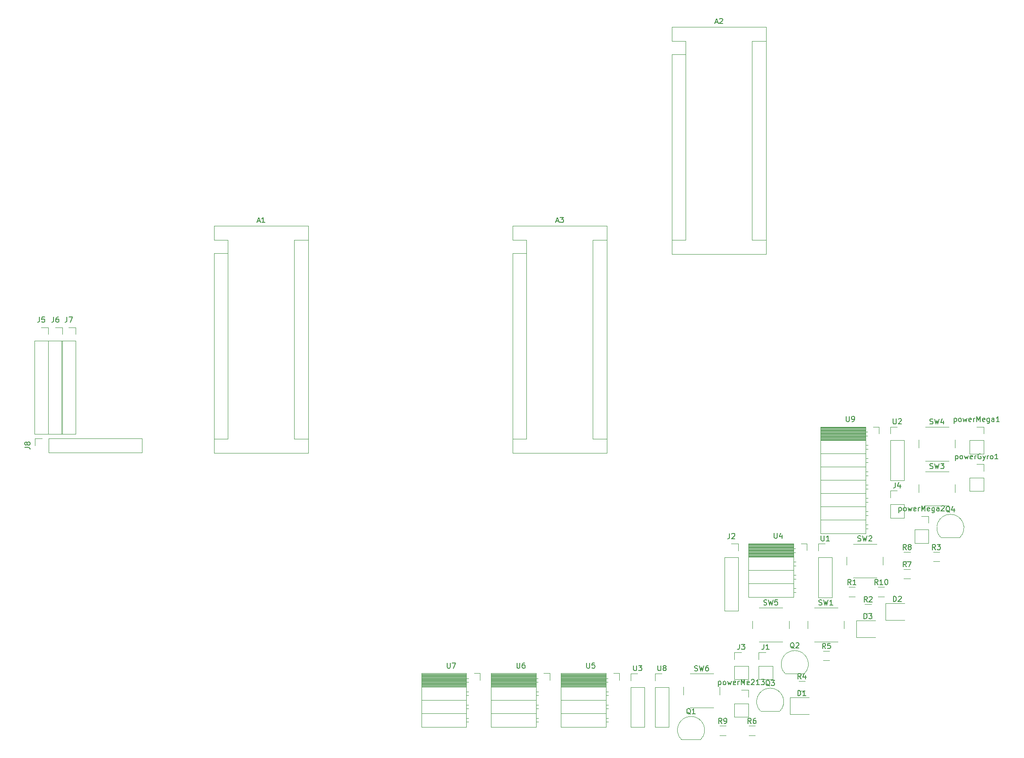
<source format=gbr>
G04 #@! TF.GenerationSoftware,KiCad,Pcbnew,5.1.5-52549c5~84~ubuntu18.04.1*
G04 #@! TF.CreationDate,2019-12-20T21:30:07+07:00*
G04 #@! TF.ProjectId,plate,706c6174-652e-46b6-9963-61645f706362,rev?*
G04 #@! TF.SameCoordinates,Original*
G04 #@! TF.FileFunction,Legend,Top*
G04 #@! TF.FilePolarity,Positive*
%FSLAX46Y46*%
G04 Gerber Fmt 4.6, Leading zero omitted, Abs format (unit mm)*
G04 Created by KiCad (PCBNEW 5.1.5-52549c5~84~ubuntu18.04.1) date 2019-12-20 21:30:07*
%MOMM*%
%LPD*%
G04 APERTURE LIST*
%ADD10C,0.120000*%
%ADD11C,0.150000*%
G04 APERTURE END LIST*
D10*
X199710000Y-75150000D02*
X200820000Y-75150000D01*
X200820000Y-75150000D02*
X200820000Y-76480000D01*
X189620000Y-75150000D02*
X189620000Y-95590000D01*
X189620000Y-95590000D02*
X198250000Y-95590000D01*
X198250000Y-75150000D02*
X198250000Y-95590000D01*
X189620000Y-75150000D02*
X198250000Y-75150000D01*
X189620000Y-92990000D02*
X198250000Y-92990000D01*
X189620000Y-90450000D02*
X198250000Y-90450000D01*
X189620000Y-87910000D02*
X198250000Y-87910000D01*
X189620000Y-85370000D02*
X198250000Y-85370000D01*
X189620000Y-82830000D02*
X198250000Y-82830000D01*
X189620000Y-80290000D02*
X198250000Y-80290000D01*
X189620000Y-77750000D02*
X198250000Y-77750000D01*
X198250000Y-94620000D02*
X198660000Y-94620000D01*
X198250000Y-93900000D02*
X198660000Y-93900000D01*
X198250000Y-92080000D02*
X198660000Y-92080000D01*
X198250000Y-91360000D02*
X198660000Y-91360000D01*
X198250000Y-89540000D02*
X198660000Y-89540000D01*
X198250000Y-88820000D02*
X198660000Y-88820000D01*
X198250000Y-87000000D02*
X198660000Y-87000000D01*
X198250000Y-86280000D02*
X198660000Y-86280000D01*
X198250000Y-84460000D02*
X198660000Y-84460000D01*
X198250000Y-83740000D02*
X198660000Y-83740000D01*
X198250000Y-81920000D02*
X198660000Y-81920000D01*
X198250000Y-81200000D02*
X198660000Y-81200000D01*
X198250000Y-79380000D02*
X198660000Y-79380000D01*
X198250000Y-78660000D02*
X198660000Y-78660000D01*
X198250000Y-76840000D02*
X198600000Y-76840000D01*
X198250000Y-76120000D02*
X198600000Y-76120000D01*
X189620000Y-77631900D02*
X198250000Y-77631900D01*
X189620000Y-77513805D02*
X198250000Y-77513805D01*
X189620000Y-77395710D02*
X198250000Y-77395710D01*
X189620000Y-77277615D02*
X198250000Y-77277615D01*
X189620000Y-77159520D02*
X198250000Y-77159520D01*
X189620000Y-77041425D02*
X198250000Y-77041425D01*
X189620000Y-76923330D02*
X198250000Y-76923330D01*
X189620000Y-76805235D02*
X198250000Y-76805235D01*
X189620000Y-76687140D02*
X198250000Y-76687140D01*
X189620000Y-76569045D02*
X198250000Y-76569045D01*
X189620000Y-76450950D02*
X198250000Y-76450950D01*
X189620000Y-76332855D02*
X198250000Y-76332855D01*
X189620000Y-76214760D02*
X198250000Y-76214760D01*
X189620000Y-76096665D02*
X198250000Y-76096665D01*
X189620000Y-75978570D02*
X198250000Y-75978570D01*
X189620000Y-75860475D02*
X198250000Y-75860475D01*
X189620000Y-75742380D02*
X198250000Y-75742380D01*
X189620000Y-75624285D02*
X198250000Y-75624285D01*
X189620000Y-75506190D02*
X198250000Y-75506190D01*
X189620000Y-75388095D02*
X198250000Y-75388095D01*
X189620000Y-75270000D02*
X198250000Y-75270000D01*
X157940000Y-122420000D02*
X159270000Y-122420000D01*
X157940000Y-123750000D02*
X157940000Y-122420000D01*
X157940000Y-125020000D02*
X160600000Y-125020000D01*
X160600000Y-125020000D02*
X160600000Y-132700000D01*
X157940000Y-125020000D02*
X157940000Y-132700000D01*
X157940000Y-132700000D02*
X160600000Y-132700000D01*
X123320000Y-122370000D02*
X124430000Y-122370000D01*
X124430000Y-122370000D02*
X124430000Y-123700000D01*
X113230000Y-122370000D02*
X113230000Y-132650000D01*
X113230000Y-132650000D02*
X121860000Y-132650000D01*
X121860000Y-122370000D02*
X121860000Y-132650000D01*
X113230000Y-122370000D02*
X121860000Y-122370000D01*
X113230000Y-130050000D02*
X121860000Y-130050000D01*
X113230000Y-127510000D02*
X121860000Y-127510000D01*
X113230000Y-124970000D02*
X121860000Y-124970000D01*
X121860000Y-131680000D02*
X122270000Y-131680000D01*
X121860000Y-130960000D02*
X122270000Y-130960000D01*
X121860000Y-129140000D02*
X122270000Y-129140000D01*
X121860000Y-128420000D02*
X122270000Y-128420000D01*
X121860000Y-126600000D02*
X122270000Y-126600000D01*
X121860000Y-125880000D02*
X122270000Y-125880000D01*
X121860000Y-124060000D02*
X122210000Y-124060000D01*
X121860000Y-123340000D02*
X122210000Y-123340000D01*
X113230000Y-124851900D02*
X121860000Y-124851900D01*
X113230000Y-124733805D02*
X121860000Y-124733805D01*
X113230000Y-124615710D02*
X121860000Y-124615710D01*
X113230000Y-124497615D02*
X121860000Y-124497615D01*
X113230000Y-124379520D02*
X121860000Y-124379520D01*
X113230000Y-124261425D02*
X121860000Y-124261425D01*
X113230000Y-124143330D02*
X121860000Y-124143330D01*
X113230000Y-124025235D02*
X121860000Y-124025235D01*
X113230000Y-123907140D02*
X121860000Y-123907140D01*
X113230000Y-123789045D02*
X121860000Y-123789045D01*
X113230000Y-123670950D02*
X121860000Y-123670950D01*
X113230000Y-123552855D02*
X121860000Y-123552855D01*
X113230000Y-123434760D02*
X121860000Y-123434760D01*
X113230000Y-123316665D02*
X121860000Y-123316665D01*
X113230000Y-123198570D02*
X121860000Y-123198570D01*
X113230000Y-123080475D02*
X121860000Y-123080475D01*
X113230000Y-122962380D02*
X121860000Y-122962380D01*
X113230000Y-122844285D02*
X121860000Y-122844285D01*
X113230000Y-122726190D02*
X121860000Y-122726190D01*
X113230000Y-122608095D02*
X121860000Y-122608095D01*
X113230000Y-122490000D02*
X121860000Y-122490000D01*
X136670000Y-122370000D02*
X137780000Y-122370000D01*
X137780000Y-122370000D02*
X137780000Y-123700000D01*
X126580000Y-122370000D02*
X126580000Y-132650000D01*
X126580000Y-132650000D02*
X135210000Y-132650000D01*
X135210000Y-122370000D02*
X135210000Y-132650000D01*
X126580000Y-122370000D02*
X135210000Y-122370000D01*
X126580000Y-130050000D02*
X135210000Y-130050000D01*
X126580000Y-127510000D02*
X135210000Y-127510000D01*
X126580000Y-124970000D02*
X135210000Y-124970000D01*
X135210000Y-131680000D02*
X135620000Y-131680000D01*
X135210000Y-130960000D02*
X135620000Y-130960000D01*
X135210000Y-129140000D02*
X135620000Y-129140000D01*
X135210000Y-128420000D02*
X135620000Y-128420000D01*
X135210000Y-126600000D02*
X135620000Y-126600000D01*
X135210000Y-125880000D02*
X135620000Y-125880000D01*
X135210000Y-124060000D02*
X135560000Y-124060000D01*
X135210000Y-123340000D02*
X135560000Y-123340000D01*
X126580000Y-124851900D02*
X135210000Y-124851900D01*
X126580000Y-124733805D02*
X135210000Y-124733805D01*
X126580000Y-124615710D02*
X135210000Y-124615710D01*
X126580000Y-124497615D02*
X135210000Y-124497615D01*
X126580000Y-124379520D02*
X135210000Y-124379520D01*
X126580000Y-124261425D02*
X135210000Y-124261425D01*
X126580000Y-124143330D02*
X135210000Y-124143330D01*
X126580000Y-124025235D02*
X135210000Y-124025235D01*
X126580000Y-123907140D02*
X135210000Y-123907140D01*
X126580000Y-123789045D02*
X135210000Y-123789045D01*
X126580000Y-123670950D02*
X135210000Y-123670950D01*
X126580000Y-123552855D02*
X135210000Y-123552855D01*
X126580000Y-123434760D02*
X135210000Y-123434760D01*
X126580000Y-123316665D02*
X135210000Y-123316665D01*
X126580000Y-123198570D02*
X135210000Y-123198570D01*
X126580000Y-123080475D02*
X135210000Y-123080475D01*
X126580000Y-122962380D02*
X135210000Y-122962380D01*
X126580000Y-122844285D02*
X135210000Y-122844285D01*
X126580000Y-122726190D02*
X135210000Y-122726190D01*
X126580000Y-122608095D02*
X135210000Y-122608095D01*
X126580000Y-122490000D02*
X135210000Y-122490000D01*
X150020000Y-122370000D02*
X151130000Y-122370000D01*
X151130000Y-122370000D02*
X151130000Y-123700000D01*
X139930000Y-122370000D02*
X139930000Y-132650000D01*
X139930000Y-132650000D02*
X148560000Y-132650000D01*
X148560000Y-122370000D02*
X148560000Y-132650000D01*
X139930000Y-122370000D02*
X148560000Y-122370000D01*
X139930000Y-130050000D02*
X148560000Y-130050000D01*
X139930000Y-127510000D02*
X148560000Y-127510000D01*
X139930000Y-124970000D02*
X148560000Y-124970000D01*
X148560000Y-131680000D02*
X148970000Y-131680000D01*
X148560000Y-130960000D02*
X148970000Y-130960000D01*
X148560000Y-129140000D02*
X148970000Y-129140000D01*
X148560000Y-128420000D02*
X148970000Y-128420000D01*
X148560000Y-126600000D02*
X148970000Y-126600000D01*
X148560000Y-125880000D02*
X148970000Y-125880000D01*
X148560000Y-124060000D02*
X148910000Y-124060000D01*
X148560000Y-123340000D02*
X148910000Y-123340000D01*
X139930000Y-124851900D02*
X148560000Y-124851900D01*
X139930000Y-124733805D02*
X148560000Y-124733805D01*
X139930000Y-124615710D02*
X148560000Y-124615710D01*
X139930000Y-124497615D02*
X148560000Y-124497615D01*
X139930000Y-124379520D02*
X148560000Y-124379520D01*
X139930000Y-124261425D02*
X148560000Y-124261425D01*
X139930000Y-124143330D02*
X148560000Y-124143330D01*
X139930000Y-124025235D02*
X148560000Y-124025235D01*
X139930000Y-123907140D02*
X148560000Y-123907140D01*
X139930000Y-123789045D02*
X148560000Y-123789045D01*
X139930000Y-123670950D02*
X148560000Y-123670950D01*
X139930000Y-123552855D02*
X148560000Y-123552855D01*
X139930000Y-123434760D02*
X148560000Y-123434760D01*
X139930000Y-123316665D02*
X148560000Y-123316665D01*
X139930000Y-123198570D02*
X148560000Y-123198570D01*
X139930000Y-123080475D02*
X148560000Y-123080475D01*
X139930000Y-122962380D02*
X148560000Y-122962380D01*
X139930000Y-122844285D02*
X148560000Y-122844285D01*
X139930000Y-122726190D02*
X148560000Y-122726190D01*
X139930000Y-122608095D02*
X148560000Y-122608095D01*
X139930000Y-122490000D02*
X148560000Y-122490000D01*
X185910000Y-97500000D02*
X187020000Y-97500000D01*
X187020000Y-97500000D02*
X187020000Y-98830000D01*
X175820000Y-97500000D02*
X175820000Y-107780000D01*
X175820000Y-107780000D02*
X184450000Y-107780000D01*
X184450000Y-97500000D02*
X184450000Y-107780000D01*
X175820000Y-97500000D02*
X184450000Y-97500000D01*
X175820000Y-105180000D02*
X184450000Y-105180000D01*
X175820000Y-102640000D02*
X184450000Y-102640000D01*
X175820000Y-100100000D02*
X184450000Y-100100000D01*
X184450000Y-106810000D02*
X184860000Y-106810000D01*
X184450000Y-106090000D02*
X184860000Y-106090000D01*
X184450000Y-104270000D02*
X184860000Y-104270000D01*
X184450000Y-103550000D02*
X184860000Y-103550000D01*
X184450000Y-101730000D02*
X184860000Y-101730000D01*
X184450000Y-101010000D02*
X184860000Y-101010000D01*
X184450000Y-99190000D02*
X184800000Y-99190000D01*
X184450000Y-98470000D02*
X184800000Y-98470000D01*
X175820000Y-99981900D02*
X184450000Y-99981900D01*
X175820000Y-99863805D02*
X184450000Y-99863805D01*
X175820000Y-99745710D02*
X184450000Y-99745710D01*
X175820000Y-99627615D02*
X184450000Y-99627615D01*
X175820000Y-99509520D02*
X184450000Y-99509520D01*
X175820000Y-99391425D02*
X184450000Y-99391425D01*
X175820000Y-99273330D02*
X184450000Y-99273330D01*
X175820000Y-99155235D02*
X184450000Y-99155235D01*
X175820000Y-99037140D02*
X184450000Y-99037140D01*
X175820000Y-98919045D02*
X184450000Y-98919045D01*
X175820000Y-98800950D02*
X184450000Y-98800950D01*
X175820000Y-98682855D02*
X184450000Y-98682855D01*
X175820000Y-98564760D02*
X184450000Y-98564760D01*
X175820000Y-98446665D02*
X184450000Y-98446665D01*
X175820000Y-98328570D02*
X184450000Y-98328570D01*
X175820000Y-98210475D02*
X184450000Y-98210475D01*
X175820000Y-98092380D02*
X184450000Y-98092380D01*
X175820000Y-97974285D02*
X184450000Y-97974285D01*
X175820000Y-97856190D02*
X184450000Y-97856190D01*
X175820000Y-97738095D02*
X184450000Y-97738095D01*
X175820000Y-97620000D02*
X184450000Y-97620000D01*
X153290000Y-122420000D02*
X154620000Y-122420000D01*
X153290000Y-123750000D02*
X153290000Y-122420000D01*
X153290000Y-125020000D02*
X155950000Y-125020000D01*
X155950000Y-125020000D02*
X155950000Y-132700000D01*
X153290000Y-125020000D02*
X153290000Y-132700000D01*
X153290000Y-132700000D02*
X155950000Y-132700000D01*
X202980000Y-75150000D02*
X204310000Y-75150000D01*
X202980000Y-76480000D02*
X202980000Y-75150000D01*
X202980000Y-77750000D02*
X205640000Y-77750000D01*
X205640000Y-77750000D02*
X205640000Y-85430000D01*
X202980000Y-77750000D02*
X202980000Y-85430000D01*
X202980000Y-85430000D02*
X205640000Y-85430000D01*
X189180000Y-97550000D02*
X190510000Y-97550000D01*
X189180000Y-98880000D02*
X189180000Y-97550000D01*
X189180000Y-100150000D02*
X191840000Y-100150000D01*
X191840000Y-100150000D02*
X191840000Y-107830000D01*
X189180000Y-100150000D02*
X189180000Y-107830000D01*
X189180000Y-107830000D02*
X191840000Y-107830000D01*
X170370000Y-126450000D02*
X170370000Y-124950000D01*
X169120000Y-122450000D02*
X164620000Y-122450000D01*
X163370000Y-124950000D02*
X163370000Y-126450000D01*
X164620000Y-128950000D02*
X169120000Y-128950000D01*
X183610000Y-113830000D02*
X183610000Y-112330000D01*
X182360000Y-109830000D02*
X177860000Y-109830000D01*
X176610000Y-112330000D02*
X176610000Y-113830000D01*
X177860000Y-116330000D02*
X182360000Y-116330000D01*
X215410000Y-79180000D02*
X215410000Y-77680000D01*
X214160000Y-75180000D02*
X209660000Y-75180000D01*
X208410000Y-77680000D02*
X208410000Y-79180000D01*
X209660000Y-81680000D02*
X214160000Y-81680000D01*
X215410000Y-87730000D02*
X215410000Y-86230000D01*
X214160000Y-83730000D02*
X209660000Y-83730000D01*
X208410000Y-86230000D02*
X208410000Y-87730000D01*
X209660000Y-90230000D02*
X214160000Y-90230000D01*
X201610000Y-101580000D02*
X201610000Y-100080000D01*
X200360000Y-97580000D02*
X195860000Y-97580000D01*
X194610000Y-100080000D02*
X194610000Y-101580000D01*
X195860000Y-104080000D02*
X200360000Y-104080000D01*
X194160000Y-113830000D02*
X194160000Y-112330000D01*
X192910000Y-109830000D02*
X188410000Y-109830000D01*
X187160000Y-112330000D02*
X187160000Y-113830000D01*
X188410000Y-116330000D02*
X192910000Y-116330000D01*
X200647936Y-107660000D02*
X201852064Y-107660000D01*
X200647936Y-105840000D02*
X201852064Y-105840000D01*
X170307936Y-134260000D02*
X171512064Y-134260000D01*
X170307936Y-132440000D02*
X171512064Y-132440000D01*
X205587936Y-100960000D02*
X206792064Y-100960000D01*
X205587936Y-99140000D02*
X206792064Y-99140000D01*
X205587936Y-104250000D02*
X206792064Y-104250000D01*
X205587936Y-102430000D02*
X206792064Y-102430000D01*
X175917936Y-134260000D02*
X177122064Y-134260000D01*
X175917936Y-132440000D02*
X177122064Y-132440000D01*
X190157936Y-119910000D02*
X191362064Y-119910000D01*
X190157936Y-118090000D02*
X191362064Y-118090000D01*
X185457936Y-125700000D02*
X186662064Y-125700000D01*
X185457936Y-123880000D02*
X186662064Y-123880000D01*
X211197936Y-100960000D02*
X212402064Y-100960000D01*
X211197936Y-99140000D02*
X212402064Y-99140000D01*
X198137936Y-110950000D02*
X199342064Y-110950000D01*
X198137936Y-109130000D02*
X199342064Y-109130000D01*
X195037936Y-107660000D02*
X196242064Y-107660000D01*
X195037936Y-105840000D02*
X196242064Y-105840000D01*
X216328478Y-96348478D02*
G75*
G03X214490000Y-91910000I-1838478J1838478D01*
G01*
X212651522Y-96348478D02*
G75*
G02X214490000Y-91910000I1838478J1838478D01*
G01*
X212690000Y-96360000D02*
X216290000Y-96360000D01*
X181838478Y-129648478D02*
G75*
G03X180000000Y-125210000I-1838478J1838478D01*
G01*
X178161522Y-129648478D02*
G75*
G02X180000000Y-125210000I1838478J1838478D01*
G01*
X178200000Y-129660000D02*
X181800000Y-129660000D01*
X186538478Y-122448478D02*
G75*
G03X184700000Y-118010000I-1838478J1838478D01*
G01*
X182861522Y-122448478D02*
G75*
G02X184700000Y-118010000I1838478J1838478D01*
G01*
X182900000Y-122460000D02*
X186500000Y-122460000D01*
X166688478Y-135068478D02*
G75*
G03X164850000Y-130630000I-1838478J1838478D01*
G01*
X163011522Y-135068478D02*
G75*
G02X164850000Y-130630000I1838478J1838478D01*
G01*
X163050000Y-135080000D02*
X166650000Y-135080000D01*
X208960000Y-92250000D02*
X210290000Y-92250000D01*
X210290000Y-92250000D02*
X210290000Y-93580000D01*
X210290000Y-94850000D02*
X210290000Y-97450000D01*
X207630000Y-97450000D02*
X210290000Y-97450000D01*
X207630000Y-94850000D02*
X207630000Y-97450000D01*
X207630000Y-94850000D02*
X210290000Y-94850000D01*
X219510000Y-75150000D02*
X220840000Y-75150000D01*
X220840000Y-75150000D02*
X220840000Y-76480000D01*
X220840000Y-77750000D02*
X220840000Y-80350000D01*
X218180000Y-80350000D02*
X220840000Y-80350000D01*
X218180000Y-77750000D02*
X218180000Y-80350000D01*
X218180000Y-77750000D02*
X220840000Y-77750000D01*
X174470000Y-125550000D02*
X175800000Y-125550000D01*
X175800000Y-125550000D02*
X175800000Y-126880000D01*
X175800000Y-128150000D02*
X175800000Y-130750000D01*
X173140000Y-130750000D02*
X175800000Y-130750000D01*
X173140000Y-128150000D02*
X173140000Y-130750000D01*
X173140000Y-128150000D02*
X175800000Y-128150000D01*
X219510000Y-82300000D02*
X220840000Y-82300000D01*
X220840000Y-82300000D02*
X220840000Y-83630000D01*
X220840000Y-84900000D02*
X220840000Y-87500000D01*
X218180000Y-87500000D02*
X220840000Y-87500000D01*
X218180000Y-84900000D02*
X218180000Y-87500000D01*
X218180000Y-84900000D02*
X220840000Y-84900000D01*
X39310000Y-78740000D02*
X39310000Y-77410000D01*
X39310000Y-77410000D02*
X40640000Y-77410000D01*
X41910000Y-77410000D02*
X59750000Y-77410000D01*
X59750000Y-80070000D02*
X59750000Y-77410000D01*
X41910000Y-80070000D02*
X59750000Y-80070000D01*
X41910000Y-80070000D02*
X41910000Y-77410000D01*
X45720000Y-56100000D02*
X47050000Y-56100000D01*
X47050000Y-56100000D02*
X47050000Y-57430000D01*
X47050000Y-58700000D02*
X47050000Y-76540000D01*
X44390000Y-76540000D02*
X47050000Y-76540000D01*
X44390000Y-58700000D02*
X44390000Y-76540000D01*
X44390000Y-58700000D02*
X47050000Y-58700000D01*
X43180000Y-56100000D02*
X44510000Y-56100000D01*
X44510000Y-56100000D02*
X44510000Y-57430000D01*
X44510000Y-58700000D02*
X44510000Y-76540000D01*
X41850000Y-76540000D02*
X44510000Y-76540000D01*
X41850000Y-58700000D02*
X41850000Y-76540000D01*
X41850000Y-58700000D02*
X44510000Y-58700000D01*
X40480000Y-56100000D02*
X41810000Y-56100000D01*
X41810000Y-56100000D02*
X41810000Y-57430000D01*
X41810000Y-58700000D02*
X41810000Y-76540000D01*
X39150000Y-76540000D02*
X41810000Y-76540000D01*
X39150000Y-58700000D02*
X39150000Y-76540000D01*
X39150000Y-58700000D02*
X41810000Y-58700000D01*
X202980000Y-87400000D02*
X204310000Y-87400000D01*
X202980000Y-88730000D02*
X202980000Y-87400000D01*
X202980000Y-90000000D02*
X205640000Y-90000000D01*
X205640000Y-90000000D02*
X205640000Y-92600000D01*
X202980000Y-90000000D02*
X202980000Y-92600000D01*
X202980000Y-92600000D02*
X205640000Y-92600000D01*
X173140000Y-118350000D02*
X174470000Y-118350000D01*
X173140000Y-119680000D02*
X173140000Y-118350000D01*
X173140000Y-120950000D02*
X175800000Y-120950000D01*
X175800000Y-120950000D02*
X175800000Y-123550000D01*
X173140000Y-120950000D02*
X173140000Y-123550000D01*
X173140000Y-123550000D02*
X175800000Y-123550000D01*
X172560000Y-97550000D02*
X173890000Y-97550000D01*
X173890000Y-97550000D02*
X173890000Y-98880000D01*
X173890000Y-100150000D02*
X173890000Y-110370000D01*
X171230000Y-110370000D02*
X173890000Y-110370000D01*
X171230000Y-100150000D02*
X171230000Y-110370000D01*
X171230000Y-100150000D02*
X173890000Y-100150000D01*
X177790000Y-118350000D02*
X179120000Y-118350000D01*
X177790000Y-119680000D02*
X177790000Y-118350000D01*
X177790000Y-120950000D02*
X180450000Y-120950000D01*
X180450000Y-120950000D02*
X180450000Y-123550000D01*
X177790000Y-120950000D02*
X177790000Y-123550000D01*
X177790000Y-123550000D02*
X180450000Y-123550000D01*
X196510000Y-112260000D02*
X196510000Y-115460000D01*
X200110000Y-115460000D02*
X196510000Y-115460000D01*
X200110000Y-112260000D02*
X196510000Y-112260000D01*
X202120000Y-108970000D02*
X202120000Y-112170000D01*
X205720000Y-112170000D02*
X202120000Y-112170000D01*
X205720000Y-108970000D02*
X202120000Y-108970000D01*
X183830000Y-127010000D02*
X183830000Y-130210000D01*
X187430000Y-130210000D02*
X183830000Y-130210000D01*
X187430000Y-127010000D02*
X183830000Y-127010000D01*
X148720000Y-36700000D02*
X130680000Y-36700000D01*
X148720000Y-80140000D02*
X148720000Y-36700000D01*
X130680000Y-80140000D02*
X148720000Y-80140000D01*
X133350000Y-77470000D02*
X130680000Y-77470000D01*
X133350000Y-41910000D02*
X133350000Y-77470000D01*
X133350000Y-41910000D02*
X130680000Y-41910000D01*
X146050000Y-77470000D02*
X148720000Y-77470000D01*
X146050000Y-39370000D02*
X146050000Y-77470000D01*
X146050000Y-39370000D02*
X148720000Y-39370000D01*
X130680000Y-36700000D02*
X130680000Y-39370000D01*
X130680000Y-41910000D02*
X130680000Y-80140000D01*
X133350000Y-39370000D02*
X130680000Y-39370000D01*
X133350000Y-41910000D02*
X133350000Y-39370000D01*
X179200000Y1400000D02*
X161160000Y1400000D01*
X179200000Y-42040000D02*
X179200000Y1400000D01*
X161160000Y-42040000D02*
X179200000Y-42040000D01*
X163830000Y-39370000D02*
X161160000Y-39370000D01*
X163830000Y-3810000D02*
X163830000Y-39370000D01*
X163830000Y-3810000D02*
X161160000Y-3810000D01*
X176530000Y-39370000D02*
X179200000Y-39370000D01*
X176530000Y-1270000D02*
X176530000Y-39370000D01*
X176530000Y-1270000D02*
X179200000Y-1270000D01*
X161160000Y1400000D02*
X161160000Y-1270000D01*
X161160000Y-3810000D02*
X161160000Y-42040000D01*
X163830000Y-1270000D02*
X161160000Y-1270000D01*
X163830000Y-3810000D02*
X163830000Y-1270000D01*
X91570000Y-36700000D02*
X73530000Y-36700000D01*
X91570000Y-80140000D02*
X91570000Y-36700000D01*
X73530000Y-80140000D02*
X91570000Y-80140000D01*
X76200000Y-77470000D02*
X73530000Y-77470000D01*
X76200000Y-41910000D02*
X76200000Y-77470000D01*
X76200000Y-41910000D02*
X73530000Y-41910000D01*
X88900000Y-77470000D02*
X91570000Y-77470000D01*
X88900000Y-39370000D02*
X88900000Y-77470000D01*
X88900000Y-39370000D02*
X91570000Y-39370000D01*
X73530000Y-36700000D02*
X73530000Y-39370000D01*
X73530000Y-41910000D02*
X73530000Y-80140000D01*
X76200000Y-39370000D02*
X73530000Y-39370000D01*
X76200000Y-41910000D02*
X76200000Y-39370000D01*
D11*
X194568095Y-73162380D02*
X194568095Y-73971904D01*
X194615714Y-74067142D01*
X194663333Y-74114761D01*
X194758571Y-74162380D01*
X194949047Y-74162380D01*
X195044285Y-74114761D01*
X195091904Y-74067142D01*
X195139523Y-73971904D01*
X195139523Y-73162380D01*
X195663333Y-74162380D02*
X195853809Y-74162380D01*
X195949047Y-74114761D01*
X195996666Y-74067142D01*
X196091904Y-73924285D01*
X196139523Y-73733809D01*
X196139523Y-73352857D01*
X196091904Y-73257619D01*
X196044285Y-73210000D01*
X195949047Y-73162380D01*
X195758571Y-73162380D01*
X195663333Y-73210000D01*
X195615714Y-73257619D01*
X195568095Y-73352857D01*
X195568095Y-73590952D01*
X195615714Y-73686190D01*
X195663333Y-73733809D01*
X195758571Y-73781428D01*
X195949047Y-73781428D01*
X196044285Y-73733809D01*
X196091904Y-73686190D01*
X196139523Y-73590952D01*
X158508095Y-120872380D02*
X158508095Y-121681904D01*
X158555714Y-121777142D01*
X158603333Y-121824761D01*
X158698571Y-121872380D01*
X158889047Y-121872380D01*
X158984285Y-121824761D01*
X159031904Y-121777142D01*
X159079523Y-121681904D01*
X159079523Y-120872380D01*
X159698571Y-121300952D02*
X159603333Y-121253333D01*
X159555714Y-121205714D01*
X159508095Y-121110476D01*
X159508095Y-121062857D01*
X159555714Y-120967619D01*
X159603333Y-120920000D01*
X159698571Y-120872380D01*
X159889047Y-120872380D01*
X159984285Y-120920000D01*
X160031904Y-120967619D01*
X160079523Y-121062857D01*
X160079523Y-121110476D01*
X160031904Y-121205714D01*
X159984285Y-121253333D01*
X159889047Y-121300952D01*
X159698571Y-121300952D01*
X159603333Y-121348571D01*
X159555714Y-121396190D01*
X159508095Y-121491428D01*
X159508095Y-121681904D01*
X159555714Y-121777142D01*
X159603333Y-121824761D01*
X159698571Y-121872380D01*
X159889047Y-121872380D01*
X159984285Y-121824761D01*
X160031904Y-121777142D01*
X160079523Y-121681904D01*
X160079523Y-121491428D01*
X160031904Y-121396190D01*
X159984285Y-121348571D01*
X159889047Y-121300952D01*
X118178095Y-120382380D02*
X118178095Y-121191904D01*
X118225714Y-121287142D01*
X118273333Y-121334761D01*
X118368571Y-121382380D01*
X118559047Y-121382380D01*
X118654285Y-121334761D01*
X118701904Y-121287142D01*
X118749523Y-121191904D01*
X118749523Y-120382380D01*
X119130476Y-120382380D02*
X119797142Y-120382380D01*
X119368571Y-121382380D01*
X131528095Y-120382380D02*
X131528095Y-121191904D01*
X131575714Y-121287142D01*
X131623333Y-121334761D01*
X131718571Y-121382380D01*
X131909047Y-121382380D01*
X132004285Y-121334761D01*
X132051904Y-121287142D01*
X132099523Y-121191904D01*
X132099523Y-120382380D01*
X133004285Y-120382380D02*
X132813809Y-120382380D01*
X132718571Y-120430000D01*
X132670952Y-120477619D01*
X132575714Y-120620476D01*
X132528095Y-120810952D01*
X132528095Y-121191904D01*
X132575714Y-121287142D01*
X132623333Y-121334761D01*
X132718571Y-121382380D01*
X132909047Y-121382380D01*
X133004285Y-121334761D01*
X133051904Y-121287142D01*
X133099523Y-121191904D01*
X133099523Y-120953809D01*
X133051904Y-120858571D01*
X133004285Y-120810952D01*
X132909047Y-120763333D01*
X132718571Y-120763333D01*
X132623333Y-120810952D01*
X132575714Y-120858571D01*
X132528095Y-120953809D01*
X144878095Y-120382380D02*
X144878095Y-121191904D01*
X144925714Y-121287142D01*
X144973333Y-121334761D01*
X145068571Y-121382380D01*
X145259047Y-121382380D01*
X145354285Y-121334761D01*
X145401904Y-121287142D01*
X145449523Y-121191904D01*
X145449523Y-120382380D01*
X146401904Y-120382380D02*
X145925714Y-120382380D01*
X145878095Y-120858571D01*
X145925714Y-120810952D01*
X146020952Y-120763333D01*
X146259047Y-120763333D01*
X146354285Y-120810952D01*
X146401904Y-120858571D01*
X146449523Y-120953809D01*
X146449523Y-121191904D01*
X146401904Y-121287142D01*
X146354285Y-121334761D01*
X146259047Y-121382380D01*
X146020952Y-121382380D01*
X145925714Y-121334761D01*
X145878095Y-121287142D01*
X180768095Y-95512380D02*
X180768095Y-96321904D01*
X180815714Y-96417142D01*
X180863333Y-96464761D01*
X180958571Y-96512380D01*
X181149047Y-96512380D01*
X181244285Y-96464761D01*
X181291904Y-96417142D01*
X181339523Y-96321904D01*
X181339523Y-95512380D01*
X182244285Y-95845714D02*
X182244285Y-96512380D01*
X182006190Y-95464761D02*
X181768095Y-96179047D01*
X182387142Y-96179047D01*
X153858095Y-120872380D02*
X153858095Y-121681904D01*
X153905714Y-121777142D01*
X153953333Y-121824761D01*
X154048571Y-121872380D01*
X154239047Y-121872380D01*
X154334285Y-121824761D01*
X154381904Y-121777142D01*
X154429523Y-121681904D01*
X154429523Y-120872380D01*
X154810476Y-120872380D02*
X155429523Y-120872380D01*
X155096190Y-121253333D01*
X155239047Y-121253333D01*
X155334285Y-121300952D01*
X155381904Y-121348571D01*
X155429523Y-121443809D01*
X155429523Y-121681904D01*
X155381904Y-121777142D01*
X155334285Y-121824761D01*
X155239047Y-121872380D01*
X154953333Y-121872380D01*
X154858095Y-121824761D01*
X154810476Y-121777142D01*
X203548095Y-73602380D02*
X203548095Y-74411904D01*
X203595714Y-74507142D01*
X203643333Y-74554761D01*
X203738571Y-74602380D01*
X203929047Y-74602380D01*
X204024285Y-74554761D01*
X204071904Y-74507142D01*
X204119523Y-74411904D01*
X204119523Y-73602380D01*
X204548095Y-73697619D02*
X204595714Y-73650000D01*
X204690952Y-73602380D01*
X204929047Y-73602380D01*
X205024285Y-73650000D01*
X205071904Y-73697619D01*
X205119523Y-73792857D01*
X205119523Y-73888095D01*
X205071904Y-74030952D01*
X204500476Y-74602380D01*
X205119523Y-74602380D01*
X189748095Y-96002380D02*
X189748095Y-96811904D01*
X189795714Y-96907142D01*
X189843333Y-96954761D01*
X189938571Y-97002380D01*
X190129047Y-97002380D01*
X190224285Y-96954761D01*
X190271904Y-96907142D01*
X190319523Y-96811904D01*
X190319523Y-96002380D01*
X191319523Y-97002380D02*
X190748095Y-97002380D01*
X191033809Y-97002380D02*
X191033809Y-96002380D01*
X190938571Y-96145238D01*
X190843333Y-96240476D01*
X190748095Y-96288095D01*
X165536666Y-121854761D02*
X165679523Y-121902380D01*
X165917619Y-121902380D01*
X166012857Y-121854761D01*
X166060476Y-121807142D01*
X166108095Y-121711904D01*
X166108095Y-121616666D01*
X166060476Y-121521428D01*
X166012857Y-121473809D01*
X165917619Y-121426190D01*
X165727142Y-121378571D01*
X165631904Y-121330952D01*
X165584285Y-121283333D01*
X165536666Y-121188095D01*
X165536666Y-121092857D01*
X165584285Y-120997619D01*
X165631904Y-120950000D01*
X165727142Y-120902380D01*
X165965238Y-120902380D01*
X166108095Y-120950000D01*
X166441428Y-120902380D02*
X166679523Y-121902380D01*
X166870000Y-121188095D01*
X167060476Y-121902380D01*
X167298571Y-120902380D01*
X168108095Y-120902380D02*
X167917619Y-120902380D01*
X167822380Y-120950000D01*
X167774761Y-120997619D01*
X167679523Y-121140476D01*
X167631904Y-121330952D01*
X167631904Y-121711904D01*
X167679523Y-121807142D01*
X167727142Y-121854761D01*
X167822380Y-121902380D01*
X168012857Y-121902380D01*
X168108095Y-121854761D01*
X168155714Y-121807142D01*
X168203333Y-121711904D01*
X168203333Y-121473809D01*
X168155714Y-121378571D01*
X168108095Y-121330952D01*
X168012857Y-121283333D01*
X167822380Y-121283333D01*
X167727142Y-121330952D01*
X167679523Y-121378571D01*
X167631904Y-121473809D01*
X178776666Y-109234761D02*
X178919523Y-109282380D01*
X179157619Y-109282380D01*
X179252857Y-109234761D01*
X179300476Y-109187142D01*
X179348095Y-109091904D01*
X179348095Y-108996666D01*
X179300476Y-108901428D01*
X179252857Y-108853809D01*
X179157619Y-108806190D01*
X178967142Y-108758571D01*
X178871904Y-108710952D01*
X178824285Y-108663333D01*
X178776666Y-108568095D01*
X178776666Y-108472857D01*
X178824285Y-108377619D01*
X178871904Y-108330000D01*
X178967142Y-108282380D01*
X179205238Y-108282380D01*
X179348095Y-108330000D01*
X179681428Y-108282380D02*
X179919523Y-109282380D01*
X180110000Y-108568095D01*
X180300476Y-109282380D01*
X180538571Y-108282380D01*
X181395714Y-108282380D02*
X180919523Y-108282380D01*
X180871904Y-108758571D01*
X180919523Y-108710952D01*
X181014761Y-108663333D01*
X181252857Y-108663333D01*
X181348095Y-108710952D01*
X181395714Y-108758571D01*
X181443333Y-108853809D01*
X181443333Y-109091904D01*
X181395714Y-109187142D01*
X181348095Y-109234761D01*
X181252857Y-109282380D01*
X181014761Y-109282380D01*
X180919523Y-109234761D01*
X180871904Y-109187142D01*
X210576666Y-74584761D02*
X210719523Y-74632380D01*
X210957619Y-74632380D01*
X211052857Y-74584761D01*
X211100476Y-74537142D01*
X211148095Y-74441904D01*
X211148095Y-74346666D01*
X211100476Y-74251428D01*
X211052857Y-74203809D01*
X210957619Y-74156190D01*
X210767142Y-74108571D01*
X210671904Y-74060952D01*
X210624285Y-74013333D01*
X210576666Y-73918095D01*
X210576666Y-73822857D01*
X210624285Y-73727619D01*
X210671904Y-73680000D01*
X210767142Y-73632380D01*
X211005238Y-73632380D01*
X211148095Y-73680000D01*
X211481428Y-73632380D02*
X211719523Y-74632380D01*
X211910000Y-73918095D01*
X212100476Y-74632380D01*
X212338571Y-73632380D01*
X213148095Y-73965714D02*
X213148095Y-74632380D01*
X212910000Y-73584761D02*
X212671904Y-74299047D01*
X213290952Y-74299047D01*
X210576666Y-83134761D02*
X210719523Y-83182380D01*
X210957619Y-83182380D01*
X211052857Y-83134761D01*
X211100476Y-83087142D01*
X211148095Y-82991904D01*
X211148095Y-82896666D01*
X211100476Y-82801428D01*
X211052857Y-82753809D01*
X210957619Y-82706190D01*
X210767142Y-82658571D01*
X210671904Y-82610952D01*
X210624285Y-82563333D01*
X210576666Y-82468095D01*
X210576666Y-82372857D01*
X210624285Y-82277619D01*
X210671904Y-82230000D01*
X210767142Y-82182380D01*
X211005238Y-82182380D01*
X211148095Y-82230000D01*
X211481428Y-82182380D02*
X211719523Y-83182380D01*
X211910000Y-82468095D01*
X212100476Y-83182380D01*
X212338571Y-82182380D01*
X212624285Y-82182380D02*
X213243333Y-82182380D01*
X212910000Y-82563333D01*
X213052857Y-82563333D01*
X213148095Y-82610952D01*
X213195714Y-82658571D01*
X213243333Y-82753809D01*
X213243333Y-82991904D01*
X213195714Y-83087142D01*
X213148095Y-83134761D01*
X213052857Y-83182380D01*
X212767142Y-83182380D01*
X212671904Y-83134761D01*
X212624285Y-83087142D01*
X196776666Y-96984761D02*
X196919523Y-97032380D01*
X197157619Y-97032380D01*
X197252857Y-96984761D01*
X197300476Y-96937142D01*
X197348095Y-96841904D01*
X197348095Y-96746666D01*
X197300476Y-96651428D01*
X197252857Y-96603809D01*
X197157619Y-96556190D01*
X196967142Y-96508571D01*
X196871904Y-96460952D01*
X196824285Y-96413333D01*
X196776666Y-96318095D01*
X196776666Y-96222857D01*
X196824285Y-96127619D01*
X196871904Y-96080000D01*
X196967142Y-96032380D01*
X197205238Y-96032380D01*
X197348095Y-96080000D01*
X197681428Y-96032380D02*
X197919523Y-97032380D01*
X198110000Y-96318095D01*
X198300476Y-97032380D01*
X198538571Y-96032380D01*
X198871904Y-96127619D02*
X198919523Y-96080000D01*
X199014761Y-96032380D01*
X199252857Y-96032380D01*
X199348095Y-96080000D01*
X199395714Y-96127619D01*
X199443333Y-96222857D01*
X199443333Y-96318095D01*
X199395714Y-96460952D01*
X198824285Y-97032380D01*
X199443333Y-97032380D01*
X189326666Y-109234761D02*
X189469523Y-109282380D01*
X189707619Y-109282380D01*
X189802857Y-109234761D01*
X189850476Y-109187142D01*
X189898095Y-109091904D01*
X189898095Y-108996666D01*
X189850476Y-108901428D01*
X189802857Y-108853809D01*
X189707619Y-108806190D01*
X189517142Y-108758571D01*
X189421904Y-108710952D01*
X189374285Y-108663333D01*
X189326666Y-108568095D01*
X189326666Y-108472857D01*
X189374285Y-108377619D01*
X189421904Y-108330000D01*
X189517142Y-108282380D01*
X189755238Y-108282380D01*
X189898095Y-108330000D01*
X190231428Y-108282380D02*
X190469523Y-109282380D01*
X190660000Y-108568095D01*
X190850476Y-109282380D01*
X191088571Y-108282380D01*
X191993333Y-109282380D02*
X191421904Y-109282380D01*
X191707619Y-109282380D02*
X191707619Y-108282380D01*
X191612380Y-108425238D01*
X191517142Y-108520476D01*
X191421904Y-108568095D01*
X200607142Y-105382380D02*
X200273809Y-104906190D01*
X200035714Y-105382380D02*
X200035714Y-104382380D01*
X200416666Y-104382380D01*
X200511904Y-104430000D01*
X200559523Y-104477619D01*
X200607142Y-104572857D01*
X200607142Y-104715714D01*
X200559523Y-104810952D01*
X200511904Y-104858571D01*
X200416666Y-104906190D01*
X200035714Y-104906190D01*
X201559523Y-105382380D02*
X200988095Y-105382380D01*
X201273809Y-105382380D02*
X201273809Y-104382380D01*
X201178571Y-104525238D01*
X201083333Y-104620476D01*
X200988095Y-104668095D01*
X202178571Y-104382380D02*
X202273809Y-104382380D01*
X202369047Y-104430000D01*
X202416666Y-104477619D01*
X202464285Y-104572857D01*
X202511904Y-104763333D01*
X202511904Y-105001428D01*
X202464285Y-105191904D01*
X202416666Y-105287142D01*
X202369047Y-105334761D01*
X202273809Y-105382380D01*
X202178571Y-105382380D01*
X202083333Y-105334761D01*
X202035714Y-105287142D01*
X201988095Y-105191904D01*
X201940476Y-105001428D01*
X201940476Y-104763333D01*
X201988095Y-104572857D01*
X202035714Y-104477619D01*
X202083333Y-104430000D01*
X202178571Y-104382380D01*
X170743333Y-131982380D02*
X170410000Y-131506190D01*
X170171904Y-131982380D02*
X170171904Y-130982380D01*
X170552857Y-130982380D01*
X170648095Y-131030000D01*
X170695714Y-131077619D01*
X170743333Y-131172857D01*
X170743333Y-131315714D01*
X170695714Y-131410952D01*
X170648095Y-131458571D01*
X170552857Y-131506190D01*
X170171904Y-131506190D01*
X171219523Y-131982380D02*
X171410000Y-131982380D01*
X171505238Y-131934761D01*
X171552857Y-131887142D01*
X171648095Y-131744285D01*
X171695714Y-131553809D01*
X171695714Y-131172857D01*
X171648095Y-131077619D01*
X171600476Y-131030000D01*
X171505238Y-130982380D01*
X171314761Y-130982380D01*
X171219523Y-131030000D01*
X171171904Y-131077619D01*
X171124285Y-131172857D01*
X171124285Y-131410952D01*
X171171904Y-131506190D01*
X171219523Y-131553809D01*
X171314761Y-131601428D01*
X171505238Y-131601428D01*
X171600476Y-131553809D01*
X171648095Y-131506190D01*
X171695714Y-131410952D01*
X206023333Y-98682380D02*
X205690000Y-98206190D01*
X205451904Y-98682380D02*
X205451904Y-97682380D01*
X205832857Y-97682380D01*
X205928095Y-97730000D01*
X205975714Y-97777619D01*
X206023333Y-97872857D01*
X206023333Y-98015714D01*
X205975714Y-98110952D01*
X205928095Y-98158571D01*
X205832857Y-98206190D01*
X205451904Y-98206190D01*
X206594761Y-98110952D02*
X206499523Y-98063333D01*
X206451904Y-98015714D01*
X206404285Y-97920476D01*
X206404285Y-97872857D01*
X206451904Y-97777619D01*
X206499523Y-97730000D01*
X206594761Y-97682380D01*
X206785238Y-97682380D01*
X206880476Y-97730000D01*
X206928095Y-97777619D01*
X206975714Y-97872857D01*
X206975714Y-97920476D01*
X206928095Y-98015714D01*
X206880476Y-98063333D01*
X206785238Y-98110952D01*
X206594761Y-98110952D01*
X206499523Y-98158571D01*
X206451904Y-98206190D01*
X206404285Y-98301428D01*
X206404285Y-98491904D01*
X206451904Y-98587142D01*
X206499523Y-98634761D01*
X206594761Y-98682380D01*
X206785238Y-98682380D01*
X206880476Y-98634761D01*
X206928095Y-98587142D01*
X206975714Y-98491904D01*
X206975714Y-98301428D01*
X206928095Y-98206190D01*
X206880476Y-98158571D01*
X206785238Y-98110952D01*
X206023333Y-101972380D02*
X205690000Y-101496190D01*
X205451904Y-101972380D02*
X205451904Y-100972380D01*
X205832857Y-100972380D01*
X205928095Y-101020000D01*
X205975714Y-101067619D01*
X206023333Y-101162857D01*
X206023333Y-101305714D01*
X205975714Y-101400952D01*
X205928095Y-101448571D01*
X205832857Y-101496190D01*
X205451904Y-101496190D01*
X206356666Y-100972380D02*
X207023333Y-100972380D01*
X206594761Y-101972380D01*
X176353333Y-131982380D02*
X176020000Y-131506190D01*
X175781904Y-131982380D02*
X175781904Y-130982380D01*
X176162857Y-130982380D01*
X176258095Y-131030000D01*
X176305714Y-131077619D01*
X176353333Y-131172857D01*
X176353333Y-131315714D01*
X176305714Y-131410952D01*
X176258095Y-131458571D01*
X176162857Y-131506190D01*
X175781904Y-131506190D01*
X177210476Y-130982380D02*
X177020000Y-130982380D01*
X176924761Y-131030000D01*
X176877142Y-131077619D01*
X176781904Y-131220476D01*
X176734285Y-131410952D01*
X176734285Y-131791904D01*
X176781904Y-131887142D01*
X176829523Y-131934761D01*
X176924761Y-131982380D01*
X177115238Y-131982380D01*
X177210476Y-131934761D01*
X177258095Y-131887142D01*
X177305714Y-131791904D01*
X177305714Y-131553809D01*
X177258095Y-131458571D01*
X177210476Y-131410952D01*
X177115238Y-131363333D01*
X176924761Y-131363333D01*
X176829523Y-131410952D01*
X176781904Y-131458571D01*
X176734285Y-131553809D01*
X190593333Y-117632380D02*
X190260000Y-117156190D01*
X190021904Y-117632380D02*
X190021904Y-116632380D01*
X190402857Y-116632380D01*
X190498095Y-116680000D01*
X190545714Y-116727619D01*
X190593333Y-116822857D01*
X190593333Y-116965714D01*
X190545714Y-117060952D01*
X190498095Y-117108571D01*
X190402857Y-117156190D01*
X190021904Y-117156190D01*
X191498095Y-116632380D02*
X191021904Y-116632380D01*
X190974285Y-117108571D01*
X191021904Y-117060952D01*
X191117142Y-117013333D01*
X191355238Y-117013333D01*
X191450476Y-117060952D01*
X191498095Y-117108571D01*
X191545714Y-117203809D01*
X191545714Y-117441904D01*
X191498095Y-117537142D01*
X191450476Y-117584761D01*
X191355238Y-117632380D01*
X191117142Y-117632380D01*
X191021904Y-117584761D01*
X190974285Y-117537142D01*
X185893333Y-123422380D02*
X185560000Y-122946190D01*
X185321904Y-123422380D02*
X185321904Y-122422380D01*
X185702857Y-122422380D01*
X185798095Y-122470000D01*
X185845714Y-122517619D01*
X185893333Y-122612857D01*
X185893333Y-122755714D01*
X185845714Y-122850952D01*
X185798095Y-122898571D01*
X185702857Y-122946190D01*
X185321904Y-122946190D01*
X186750476Y-122755714D02*
X186750476Y-123422380D01*
X186512380Y-122374761D02*
X186274285Y-123089047D01*
X186893333Y-123089047D01*
X211633333Y-98682380D02*
X211300000Y-98206190D01*
X211061904Y-98682380D02*
X211061904Y-97682380D01*
X211442857Y-97682380D01*
X211538095Y-97730000D01*
X211585714Y-97777619D01*
X211633333Y-97872857D01*
X211633333Y-98015714D01*
X211585714Y-98110952D01*
X211538095Y-98158571D01*
X211442857Y-98206190D01*
X211061904Y-98206190D01*
X211966666Y-97682380D02*
X212585714Y-97682380D01*
X212252380Y-98063333D01*
X212395238Y-98063333D01*
X212490476Y-98110952D01*
X212538095Y-98158571D01*
X212585714Y-98253809D01*
X212585714Y-98491904D01*
X212538095Y-98587142D01*
X212490476Y-98634761D01*
X212395238Y-98682380D01*
X212109523Y-98682380D01*
X212014285Y-98634761D01*
X211966666Y-98587142D01*
X198573333Y-108672380D02*
X198240000Y-108196190D01*
X198001904Y-108672380D02*
X198001904Y-107672380D01*
X198382857Y-107672380D01*
X198478095Y-107720000D01*
X198525714Y-107767619D01*
X198573333Y-107862857D01*
X198573333Y-108005714D01*
X198525714Y-108100952D01*
X198478095Y-108148571D01*
X198382857Y-108196190D01*
X198001904Y-108196190D01*
X198954285Y-107767619D02*
X199001904Y-107720000D01*
X199097142Y-107672380D01*
X199335238Y-107672380D01*
X199430476Y-107720000D01*
X199478095Y-107767619D01*
X199525714Y-107862857D01*
X199525714Y-107958095D01*
X199478095Y-108100952D01*
X198906666Y-108672380D01*
X199525714Y-108672380D01*
X195473333Y-105382380D02*
X195140000Y-104906190D01*
X194901904Y-105382380D02*
X194901904Y-104382380D01*
X195282857Y-104382380D01*
X195378095Y-104430000D01*
X195425714Y-104477619D01*
X195473333Y-104572857D01*
X195473333Y-104715714D01*
X195425714Y-104810952D01*
X195378095Y-104858571D01*
X195282857Y-104906190D01*
X194901904Y-104906190D01*
X196425714Y-105382380D02*
X195854285Y-105382380D01*
X196140000Y-105382380D02*
X196140000Y-104382380D01*
X196044761Y-104525238D01*
X195949523Y-104620476D01*
X195854285Y-104668095D01*
X214394761Y-91497619D02*
X214299523Y-91450000D01*
X214204285Y-91354761D01*
X214061428Y-91211904D01*
X213966190Y-91164285D01*
X213870952Y-91164285D01*
X213918571Y-91402380D02*
X213823333Y-91354761D01*
X213728095Y-91259523D01*
X213680476Y-91069047D01*
X213680476Y-90735714D01*
X213728095Y-90545238D01*
X213823333Y-90450000D01*
X213918571Y-90402380D01*
X214109047Y-90402380D01*
X214204285Y-90450000D01*
X214299523Y-90545238D01*
X214347142Y-90735714D01*
X214347142Y-91069047D01*
X214299523Y-91259523D01*
X214204285Y-91354761D01*
X214109047Y-91402380D01*
X213918571Y-91402380D01*
X215204285Y-90735714D02*
X215204285Y-91402380D01*
X214966190Y-90354761D02*
X214728095Y-91069047D01*
X215347142Y-91069047D01*
X179904761Y-124797619D02*
X179809523Y-124750000D01*
X179714285Y-124654761D01*
X179571428Y-124511904D01*
X179476190Y-124464285D01*
X179380952Y-124464285D01*
X179428571Y-124702380D02*
X179333333Y-124654761D01*
X179238095Y-124559523D01*
X179190476Y-124369047D01*
X179190476Y-124035714D01*
X179238095Y-123845238D01*
X179333333Y-123750000D01*
X179428571Y-123702380D01*
X179619047Y-123702380D01*
X179714285Y-123750000D01*
X179809523Y-123845238D01*
X179857142Y-124035714D01*
X179857142Y-124369047D01*
X179809523Y-124559523D01*
X179714285Y-124654761D01*
X179619047Y-124702380D01*
X179428571Y-124702380D01*
X180190476Y-123702380D02*
X180809523Y-123702380D01*
X180476190Y-124083333D01*
X180619047Y-124083333D01*
X180714285Y-124130952D01*
X180761904Y-124178571D01*
X180809523Y-124273809D01*
X180809523Y-124511904D01*
X180761904Y-124607142D01*
X180714285Y-124654761D01*
X180619047Y-124702380D01*
X180333333Y-124702380D01*
X180238095Y-124654761D01*
X180190476Y-124607142D01*
X184604761Y-117597619D02*
X184509523Y-117550000D01*
X184414285Y-117454761D01*
X184271428Y-117311904D01*
X184176190Y-117264285D01*
X184080952Y-117264285D01*
X184128571Y-117502380D02*
X184033333Y-117454761D01*
X183938095Y-117359523D01*
X183890476Y-117169047D01*
X183890476Y-116835714D01*
X183938095Y-116645238D01*
X184033333Y-116550000D01*
X184128571Y-116502380D01*
X184319047Y-116502380D01*
X184414285Y-116550000D01*
X184509523Y-116645238D01*
X184557142Y-116835714D01*
X184557142Y-117169047D01*
X184509523Y-117359523D01*
X184414285Y-117454761D01*
X184319047Y-117502380D01*
X184128571Y-117502380D01*
X184938095Y-116597619D02*
X184985714Y-116550000D01*
X185080952Y-116502380D01*
X185319047Y-116502380D01*
X185414285Y-116550000D01*
X185461904Y-116597619D01*
X185509523Y-116692857D01*
X185509523Y-116788095D01*
X185461904Y-116930952D01*
X184890476Y-117502380D01*
X185509523Y-117502380D01*
X164754761Y-130217619D02*
X164659523Y-130170000D01*
X164564285Y-130074761D01*
X164421428Y-129931904D01*
X164326190Y-129884285D01*
X164230952Y-129884285D01*
X164278571Y-130122380D02*
X164183333Y-130074761D01*
X164088095Y-129979523D01*
X164040476Y-129789047D01*
X164040476Y-129455714D01*
X164088095Y-129265238D01*
X164183333Y-129170000D01*
X164278571Y-129122380D01*
X164469047Y-129122380D01*
X164564285Y-129170000D01*
X164659523Y-129265238D01*
X164707142Y-129455714D01*
X164707142Y-129789047D01*
X164659523Y-129979523D01*
X164564285Y-130074761D01*
X164469047Y-130122380D01*
X164278571Y-130122380D01*
X165659523Y-130122380D02*
X165088095Y-130122380D01*
X165373809Y-130122380D02*
X165373809Y-129122380D01*
X165278571Y-129265238D01*
X165183333Y-129360476D01*
X165088095Y-129408095D01*
X204650476Y-90595714D02*
X204650476Y-91595714D01*
X204650476Y-90643333D02*
X204745714Y-90595714D01*
X204936190Y-90595714D01*
X205031428Y-90643333D01*
X205079047Y-90690952D01*
X205126666Y-90786190D01*
X205126666Y-91071904D01*
X205079047Y-91167142D01*
X205031428Y-91214761D01*
X204936190Y-91262380D01*
X204745714Y-91262380D01*
X204650476Y-91214761D01*
X205698095Y-91262380D02*
X205602857Y-91214761D01*
X205555238Y-91167142D01*
X205507619Y-91071904D01*
X205507619Y-90786190D01*
X205555238Y-90690952D01*
X205602857Y-90643333D01*
X205698095Y-90595714D01*
X205840952Y-90595714D01*
X205936190Y-90643333D01*
X205983809Y-90690952D01*
X206031428Y-90786190D01*
X206031428Y-91071904D01*
X205983809Y-91167142D01*
X205936190Y-91214761D01*
X205840952Y-91262380D01*
X205698095Y-91262380D01*
X206364761Y-90595714D02*
X206555238Y-91262380D01*
X206745714Y-90786190D01*
X206936190Y-91262380D01*
X207126666Y-90595714D01*
X207888571Y-91214761D02*
X207793333Y-91262380D01*
X207602857Y-91262380D01*
X207507619Y-91214761D01*
X207460000Y-91119523D01*
X207460000Y-90738571D01*
X207507619Y-90643333D01*
X207602857Y-90595714D01*
X207793333Y-90595714D01*
X207888571Y-90643333D01*
X207936190Y-90738571D01*
X207936190Y-90833809D01*
X207460000Y-90929047D01*
X208364761Y-91262380D02*
X208364761Y-90595714D01*
X208364761Y-90786190D02*
X208412380Y-90690952D01*
X208460000Y-90643333D01*
X208555238Y-90595714D01*
X208650476Y-90595714D01*
X208983809Y-91262380D02*
X208983809Y-90262380D01*
X209317142Y-90976666D01*
X209650476Y-90262380D01*
X209650476Y-91262380D01*
X210507619Y-91214761D02*
X210412380Y-91262380D01*
X210221904Y-91262380D01*
X210126666Y-91214761D01*
X210079047Y-91119523D01*
X210079047Y-90738571D01*
X210126666Y-90643333D01*
X210221904Y-90595714D01*
X210412380Y-90595714D01*
X210507619Y-90643333D01*
X210555238Y-90738571D01*
X210555238Y-90833809D01*
X210079047Y-90929047D01*
X211412380Y-90595714D02*
X211412380Y-91405238D01*
X211364761Y-91500476D01*
X211317142Y-91548095D01*
X211221904Y-91595714D01*
X211079047Y-91595714D01*
X210983809Y-91548095D01*
X211412380Y-91214761D02*
X211317142Y-91262380D01*
X211126666Y-91262380D01*
X211031428Y-91214761D01*
X210983809Y-91167142D01*
X210936190Y-91071904D01*
X210936190Y-90786190D01*
X210983809Y-90690952D01*
X211031428Y-90643333D01*
X211126666Y-90595714D01*
X211317142Y-90595714D01*
X211412380Y-90643333D01*
X212317142Y-91262380D02*
X212317142Y-90738571D01*
X212269523Y-90643333D01*
X212174285Y-90595714D01*
X211983809Y-90595714D01*
X211888571Y-90643333D01*
X212317142Y-91214761D02*
X212221904Y-91262380D01*
X211983809Y-91262380D01*
X211888571Y-91214761D01*
X211840952Y-91119523D01*
X211840952Y-91024285D01*
X211888571Y-90929047D01*
X211983809Y-90881428D01*
X212221904Y-90881428D01*
X212317142Y-90833809D01*
X212745714Y-90357619D02*
X212793333Y-90310000D01*
X212888571Y-90262380D01*
X213126666Y-90262380D01*
X213221904Y-90310000D01*
X213269523Y-90357619D01*
X213317142Y-90452857D01*
X213317142Y-90548095D01*
X213269523Y-90690952D01*
X212698095Y-91262380D01*
X213317142Y-91262380D01*
X215200476Y-73495714D02*
X215200476Y-74495714D01*
X215200476Y-73543333D02*
X215295714Y-73495714D01*
X215486190Y-73495714D01*
X215581428Y-73543333D01*
X215629047Y-73590952D01*
X215676666Y-73686190D01*
X215676666Y-73971904D01*
X215629047Y-74067142D01*
X215581428Y-74114761D01*
X215486190Y-74162380D01*
X215295714Y-74162380D01*
X215200476Y-74114761D01*
X216248095Y-74162380D02*
X216152857Y-74114761D01*
X216105238Y-74067142D01*
X216057619Y-73971904D01*
X216057619Y-73686190D01*
X216105238Y-73590952D01*
X216152857Y-73543333D01*
X216248095Y-73495714D01*
X216390952Y-73495714D01*
X216486190Y-73543333D01*
X216533809Y-73590952D01*
X216581428Y-73686190D01*
X216581428Y-73971904D01*
X216533809Y-74067142D01*
X216486190Y-74114761D01*
X216390952Y-74162380D01*
X216248095Y-74162380D01*
X216914761Y-73495714D02*
X217105238Y-74162380D01*
X217295714Y-73686190D01*
X217486190Y-74162380D01*
X217676666Y-73495714D01*
X218438571Y-74114761D02*
X218343333Y-74162380D01*
X218152857Y-74162380D01*
X218057619Y-74114761D01*
X218010000Y-74019523D01*
X218010000Y-73638571D01*
X218057619Y-73543333D01*
X218152857Y-73495714D01*
X218343333Y-73495714D01*
X218438571Y-73543333D01*
X218486190Y-73638571D01*
X218486190Y-73733809D01*
X218010000Y-73829047D01*
X218914761Y-74162380D02*
X218914761Y-73495714D01*
X218914761Y-73686190D02*
X218962380Y-73590952D01*
X219010000Y-73543333D01*
X219105238Y-73495714D01*
X219200476Y-73495714D01*
X219533809Y-74162380D02*
X219533809Y-73162380D01*
X219867142Y-73876666D01*
X220200476Y-73162380D01*
X220200476Y-74162380D01*
X221057619Y-74114761D02*
X220962380Y-74162380D01*
X220771904Y-74162380D01*
X220676666Y-74114761D01*
X220629047Y-74019523D01*
X220629047Y-73638571D01*
X220676666Y-73543333D01*
X220771904Y-73495714D01*
X220962380Y-73495714D01*
X221057619Y-73543333D01*
X221105238Y-73638571D01*
X221105238Y-73733809D01*
X220629047Y-73829047D01*
X221962380Y-73495714D02*
X221962380Y-74305238D01*
X221914761Y-74400476D01*
X221867142Y-74448095D01*
X221771904Y-74495714D01*
X221629047Y-74495714D01*
X221533809Y-74448095D01*
X221962380Y-74114761D02*
X221867142Y-74162380D01*
X221676666Y-74162380D01*
X221581428Y-74114761D01*
X221533809Y-74067142D01*
X221486190Y-73971904D01*
X221486190Y-73686190D01*
X221533809Y-73590952D01*
X221581428Y-73543333D01*
X221676666Y-73495714D01*
X221867142Y-73495714D01*
X221962380Y-73543333D01*
X222867142Y-74162380D02*
X222867142Y-73638571D01*
X222819523Y-73543333D01*
X222724285Y-73495714D01*
X222533809Y-73495714D01*
X222438571Y-73543333D01*
X222867142Y-74114761D02*
X222771904Y-74162380D01*
X222533809Y-74162380D01*
X222438571Y-74114761D01*
X222390952Y-74019523D01*
X222390952Y-73924285D01*
X222438571Y-73829047D01*
X222533809Y-73781428D01*
X222771904Y-73781428D01*
X222867142Y-73733809D01*
X223867142Y-74162380D02*
X223295714Y-74162380D01*
X223581428Y-74162380D02*
X223581428Y-73162380D01*
X223486190Y-73305238D01*
X223390952Y-73400476D01*
X223295714Y-73448095D01*
X170112857Y-123895714D02*
X170112857Y-124895714D01*
X170112857Y-123943333D02*
X170208095Y-123895714D01*
X170398571Y-123895714D01*
X170493809Y-123943333D01*
X170541428Y-123990952D01*
X170589047Y-124086190D01*
X170589047Y-124371904D01*
X170541428Y-124467142D01*
X170493809Y-124514761D01*
X170398571Y-124562380D01*
X170208095Y-124562380D01*
X170112857Y-124514761D01*
X171160476Y-124562380D02*
X171065238Y-124514761D01*
X171017619Y-124467142D01*
X170970000Y-124371904D01*
X170970000Y-124086190D01*
X171017619Y-123990952D01*
X171065238Y-123943333D01*
X171160476Y-123895714D01*
X171303333Y-123895714D01*
X171398571Y-123943333D01*
X171446190Y-123990952D01*
X171493809Y-124086190D01*
X171493809Y-124371904D01*
X171446190Y-124467142D01*
X171398571Y-124514761D01*
X171303333Y-124562380D01*
X171160476Y-124562380D01*
X171827142Y-123895714D02*
X172017619Y-124562380D01*
X172208095Y-124086190D01*
X172398571Y-124562380D01*
X172589047Y-123895714D01*
X173350952Y-124514761D02*
X173255714Y-124562380D01*
X173065238Y-124562380D01*
X172970000Y-124514761D01*
X172922380Y-124419523D01*
X172922380Y-124038571D01*
X172970000Y-123943333D01*
X173065238Y-123895714D01*
X173255714Y-123895714D01*
X173350952Y-123943333D01*
X173398571Y-124038571D01*
X173398571Y-124133809D01*
X172922380Y-124229047D01*
X173827142Y-124562380D02*
X173827142Y-123895714D01*
X173827142Y-124086190D02*
X173874761Y-123990952D01*
X173922380Y-123943333D01*
X174017619Y-123895714D01*
X174112857Y-123895714D01*
X174446190Y-124562380D02*
X174446190Y-123562380D01*
X174779523Y-124276666D01*
X175112857Y-123562380D01*
X175112857Y-124562380D01*
X175970000Y-124514761D02*
X175874761Y-124562380D01*
X175684285Y-124562380D01*
X175589047Y-124514761D01*
X175541428Y-124419523D01*
X175541428Y-124038571D01*
X175589047Y-123943333D01*
X175684285Y-123895714D01*
X175874761Y-123895714D01*
X175970000Y-123943333D01*
X176017619Y-124038571D01*
X176017619Y-124133809D01*
X175541428Y-124229047D01*
X176398571Y-123657619D02*
X176446190Y-123610000D01*
X176541428Y-123562380D01*
X176779523Y-123562380D01*
X176874761Y-123610000D01*
X176922380Y-123657619D01*
X176970000Y-123752857D01*
X176970000Y-123848095D01*
X176922380Y-123990952D01*
X176350952Y-124562380D01*
X176970000Y-124562380D01*
X177922380Y-124562380D02*
X177350952Y-124562380D01*
X177636666Y-124562380D02*
X177636666Y-123562380D01*
X177541428Y-123705238D01*
X177446190Y-123800476D01*
X177350952Y-123848095D01*
X178255714Y-123562380D02*
X178874761Y-123562380D01*
X178541428Y-123943333D01*
X178684285Y-123943333D01*
X178779523Y-123990952D01*
X178827142Y-124038571D01*
X178874761Y-124133809D01*
X178874761Y-124371904D01*
X178827142Y-124467142D01*
X178779523Y-124514761D01*
X178684285Y-124562380D01*
X178398571Y-124562380D01*
X178303333Y-124514761D01*
X178255714Y-124467142D01*
X215462380Y-80645714D02*
X215462380Y-81645714D01*
X215462380Y-80693333D02*
X215557619Y-80645714D01*
X215748095Y-80645714D01*
X215843333Y-80693333D01*
X215890952Y-80740952D01*
X215938571Y-80836190D01*
X215938571Y-81121904D01*
X215890952Y-81217142D01*
X215843333Y-81264761D01*
X215748095Y-81312380D01*
X215557619Y-81312380D01*
X215462380Y-81264761D01*
X216510000Y-81312380D02*
X216414761Y-81264761D01*
X216367142Y-81217142D01*
X216319523Y-81121904D01*
X216319523Y-80836190D01*
X216367142Y-80740952D01*
X216414761Y-80693333D01*
X216510000Y-80645714D01*
X216652857Y-80645714D01*
X216748095Y-80693333D01*
X216795714Y-80740952D01*
X216843333Y-80836190D01*
X216843333Y-81121904D01*
X216795714Y-81217142D01*
X216748095Y-81264761D01*
X216652857Y-81312380D01*
X216510000Y-81312380D01*
X217176666Y-80645714D02*
X217367142Y-81312380D01*
X217557619Y-80836190D01*
X217748095Y-81312380D01*
X217938571Y-80645714D01*
X218700476Y-81264761D02*
X218605238Y-81312380D01*
X218414761Y-81312380D01*
X218319523Y-81264761D01*
X218271904Y-81169523D01*
X218271904Y-80788571D01*
X218319523Y-80693333D01*
X218414761Y-80645714D01*
X218605238Y-80645714D01*
X218700476Y-80693333D01*
X218748095Y-80788571D01*
X218748095Y-80883809D01*
X218271904Y-80979047D01*
X219176666Y-81312380D02*
X219176666Y-80645714D01*
X219176666Y-80836190D02*
X219224285Y-80740952D01*
X219271904Y-80693333D01*
X219367142Y-80645714D01*
X219462380Y-80645714D01*
X220319523Y-80360000D02*
X220224285Y-80312380D01*
X220081428Y-80312380D01*
X219938571Y-80360000D01*
X219843333Y-80455238D01*
X219795714Y-80550476D01*
X219748095Y-80740952D01*
X219748095Y-80883809D01*
X219795714Y-81074285D01*
X219843333Y-81169523D01*
X219938571Y-81264761D01*
X220081428Y-81312380D01*
X220176666Y-81312380D01*
X220319523Y-81264761D01*
X220367142Y-81217142D01*
X220367142Y-80883809D01*
X220176666Y-80883809D01*
X220700476Y-80645714D02*
X220938571Y-81312380D01*
X221176666Y-80645714D02*
X220938571Y-81312380D01*
X220843333Y-81550476D01*
X220795714Y-81598095D01*
X220700476Y-81645714D01*
X221557619Y-81312380D02*
X221557619Y-80645714D01*
X221557619Y-80836190D02*
X221605238Y-80740952D01*
X221652857Y-80693333D01*
X221748095Y-80645714D01*
X221843333Y-80645714D01*
X222319523Y-81312380D02*
X222224285Y-81264761D01*
X222176666Y-81217142D01*
X222129047Y-81121904D01*
X222129047Y-80836190D01*
X222176666Y-80740952D01*
X222224285Y-80693333D01*
X222319523Y-80645714D01*
X222462380Y-80645714D01*
X222557619Y-80693333D01*
X222605238Y-80740952D01*
X222652857Y-80836190D01*
X222652857Y-81121904D01*
X222605238Y-81217142D01*
X222557619Y-81264761D01*
X222462380Y-81312380D01*
X222319523Y-81312380D01*
X223605238Y-81312380D02*
X223033809Y-81312380D01*
X223319523Y-81312380D02*
X223319523Y-80312380D01*
X223224285Y-80455238D01*
X223129047Y-80550476D01*
X223033809Y-80598095D01*
X37322380Y-79073333D02*
X38036666Y-79073333D01*
X38179523Y-79120952D01*
X38274761Y-79216190D01*
X38322380Y-79359047D01*
X38322380Y-79454285D01*
X37750952Y-78454285D02*
X37703333Y-78549523D01*
X37655714Y-78597142D01*
X37560476Y-78644761D01*
X37512857Y-78644761D01*
X37417619Y-78597142D01*
X37370000Y-78549523D01*
X37322380Y-78454285D01*
X37322380Y-78263809D01*
X37370000Y-78168571D01*
X37417619Y-78120952D01*
X37512857Y-78073333D01*
X37560476Y-78073333D01*
X37655714Y-78120952D01*
X37703333Y-78168571D01*
X37750952Y-78263809D01*
X37750952Y-78454285D01*
X37798571Y-78549523D01*
X37846190Y-78597142D01*
X37941428Y-78644761D01*
X38131904Y-78644761D01*
X38227142Y-78597142D01*
X38274761Y-78549523D01*
X38322380Y-78454285D01*
X38322380Y-78263809D01*
X38274761Y-78168571D01*
X38227142Y-78120952D01*
X38131904Y-78073333D01*
X37941428Y-78073333D01*
X37846190Y-78120952D01*
X37798571Y-78168571D01*
X37750952Y-78263809D01*
X45386666Y-54112380D02*
X45386666Y-54826666D01*
X45339047Y-54969523D01*
X45243809Y-55064761D01*
X45100952Y-55112380D01*
X45005714Y-55112380D01*
X45767619Y-54112380D02*
X46434285Y-54112380D01*
X46005714Y-55112380D01*
X42846666Y-54112380D02*
X42846666Y-54826666D01*
X42799047Y-54969523D01*
X42703809Y-55064761D01*
X42560952Y-55112380D01*
X42465714Y-55112380D01*
X43751428Y-54112380D02*
X43560952Y-54112380D01*
X43465714Y-54160000D01*
X43418095Y-54207619D01*
X43322857Y-54350476D01*
X43275238Y-54540952D01*
X43275238Y-54921904D01*
X43322857Y-55017142D01*
X43370476Y-55064761D01*
X43465714Y-55112380D01*
X43656190Y-55112380D01*
X43751428Y-55064761D01*
X43799047Y-55017142D01*
X43846666Y-54921904D01*
X43846666Y-54683809D01*
X43799047Y-54588571D01*
X43751428Y-54540952D01*
X43656190Y-54493333D01*
X43465714Y-54493333D01*
X43370476Y-54540952D01*
X43322857Y-54588571D01*
X43275238Y-54683809D01*
X40146666Y-54112380D02*
X40146666Y-54826666D01*
X40099047Y-54969523D01*
X40003809Y-55064761D01*
X39860952Y-55112380D01*
X39765714Y-55112380D01*
X41099047Y-54112380D02*
X40622857Y-54112380D01*
X40575238Y-54588571D01*
X40622857Y-54540952D01*
X40718095Y-54493333D01*
X40956190Y-54493333D01*
X41051428Y-54540952D01*
X41099047Y-54588571D01*
X41146666Y-54683809D01*
X41146666Y-54921904D01*
X41099047Y-55017142D01*
X41051428Y-55064761D01*
X40956190Y-55112380D01*
X40718095Y-55112380D01*
X40622857Y-55064761D01*
X40575238Y-55017142D01*
X203976666Y-85852380D02*
X203976666Y-86566666D01*
X203929047Y-86709523D01*
X203833809Y-86804761D01*
X203690952Y-86852380D01*
X203595714Y-86852380D01*
X204881428Y-86185714D02*
X204881428Y-86852380D01*
X204643333Y-85804761D02*
X204405238Y-86519047D01*
X205024285Y-86519047D01*
X174136666Y-116802380D02*
X174136666Y-117516666D01*
X174089047Y-117659523D01*
X173993809Y-117754761D01*
X173850952Y-117802380D01*
X173755714Y-117802380D01*
X174517619Y-116802380D02*
X175136666Y-116802380D01*
X174803333Y-117183333D01*
X174946190Y-117183333D01*
X175041428Y-117230952D01*
X175089047Y-117278571D01*
X175136666Y-117373809D01*
X175136666Y-117611904D01*
X175089047Y-117707142D01*
X175041428Y-117754761D01*
X174946190Y-117802380D01*
X174660476Y-117802380D01*
X174565238Y-117754761D01*
X174517619Y-117707142D01*
X172226666Y-95562380D02*
X172226666Y-96276666D01*
X172179047Y-96419523D01*
X172083809Y-96514761D01*
X171940952Y-96562380D01*
X171845714Y-96562380D01*
X172655238Y-95657619D02*
X172702857Y-95610000D01*
X172798095Y-95562380D01*
X173036190Y-95562380D01*
X173131428Y-95610000D01*
X173179047Y-95657619D01*
X173226666Y-95752857D01*
X173226666Y-95848095D01*
X173179047Y-95990952D01*
X172607619Y-96562380D01*
X173226666Y-96562380D01*
X178786666Y-116802380D02*
X178786666Y-117516666D01*
X178739047Y-117659523D01*
X178643809Y-117754761D01*
X178500952Y-117802380D01*
X178405714Y-117802380D01*
X179786666Y-117802380D02*
X179215238Y-117802380D01*
X179500952Y-117802380D02*
X179500952Y-116802380D01*
X179405714Y-116945238D01*
X179310476Y-117040476D01*
X179215238Y-117088095D01*
X197971904Y-111912380D02*
X197971904Y-110912380D01*
X198210000Y-110912380D01*
X198352857Y-110960000D01*
X198448095Y-111055238D01*
X198495714Y-111150476D01*
X198543333Y-111340952D01*
X198543333Y-111483809D01*
X198495714Y-111674285D01*
X198448095Y-111769523D01*
X198352857Y-111864761D01*
X198210000Y-111912380D01*
X197971904Y-111912380D01*
X198876666Y-110912380D02*
X199495714Y-110912380D01*
X199162380Y-111293333D01*
X199305238Y-111293333D01*
X199400476Y-111340952D01*
X199448095Y-111388571D01*
X199495714Y-111483809D01*
X199495714Y-111721904D01*
X199448095Y-111817142D01*
X199400476Y-111864761D01*
X199305238Y-111912380D01*
X199019523Y-111912380D01*
X198924285Y-111864761D01*
X198876666Y-111817142D01*
X203581904Y-108622380D02*
X203581904Y-107622380D01*
X203820000Y-107622380D01*
X203962857Y-107670000D01*
X204058095Y-107765238D01*
X204105714Y-107860476D01*
X204153333Y-108050952D01*
X204153333Y-108193809D01*
X204105714Y-108384285D01*
X204058095Y-108479523D01*
X203962857Y-108574761D01*
X203820000Y-108622380D01*
X203581904Y-108622380D01*
X204534285Y-107717619D02*
X204581904Y-107670000D01*
X204677142Y-107622380D01*
X204915238Y-107622380D01*
X205010476Y-107670000D01*
X205058095Y-107717619D01*
X205105714Y-107812857D01*
X205105714Y-107908095D01*
X205058095Y-108050952D01*
X204486666Y-108622380D01*
X205105714Y-108622380D01*
X185291904Y-126662380D02*
X185291904Y-125662380D01*
X185530000Y-125662380D01*
X185672857Y-125710000D01*
X185768095Y-125805238D01*
X185815714Y-125900476D01*
X185863333Y-126090952D01*
X185863333Y-126233809D01*
X185815714Y-126424285D01*
X185768095Y-126519523D01*
X185672857Y-126614761D01*
X185530000Y-126662380D01*
X185291904Y-126662380D01*
X186815714Y-126662380D02*
X186244285Y-126662380D01*
X186530000Y-126662380D02*
X186530000Y-125662380D01*
X186434761Y-125805238D01*
X186339523Y-125900476D01*
X186244285Y-125948095D01*
X138985714Y-35726666D02*
X139461904Y-35726666D01*
X138890476Y-36012380D02*
X139223809Y-35012380D01*
X139557142Y-36012380D01*
X139795238Y-35012380D02*
X140414285Y-35012380D01*
X140080952Y-35393333D01*
X140223809Y-35393333D01*
X140319047Y-35440952D01*
X140366666Y-35488571D01*
X140414285Y-35583809D01*
X140414285Y-35821904D01*
X140366666Y-35917142D01*
X140319047Y-35964761D01*
X140223809Y-36012380D01*
X139938095Y-36012380D01*
X139842857Y-35964761D01*
X139795238Y-35917142D01*
X169465714Y2373333D02*
X169941904Y2373333D01*
X169370476Y2087619D02*
X169703809Y3087619D01*
X170037142Y2087619D01*
X170322857Y2992380D02*
X170370476Y3040000D01*
X170465714Y3087619D01*
X170703809Y3087619D01*
X170799047Y3040000D01*
X170846666Y2992380D01*
X170894285Y2897142D01*
X170894285Y2801904D01*
X170846666Y2659047D01*
X170275238Y2087619D01*
X170894285Y2087619D01*
X81835714Y-35726666D02*
X82311904Y-35726666D01*
X81740476Y-36012380D02*
X82073809Y-35012380D01*
X82407142Y-36012380D01*
X83264285Y-36012380D02*
X82692857Y-36012380D01*
X82978571Y-36012380D02*
X82978571Y-35012380D01*
X82883333Y-35155238D01*
X82788095Y-35250476D01*
X82692857Y-35298095D01*
M02*

</source>
